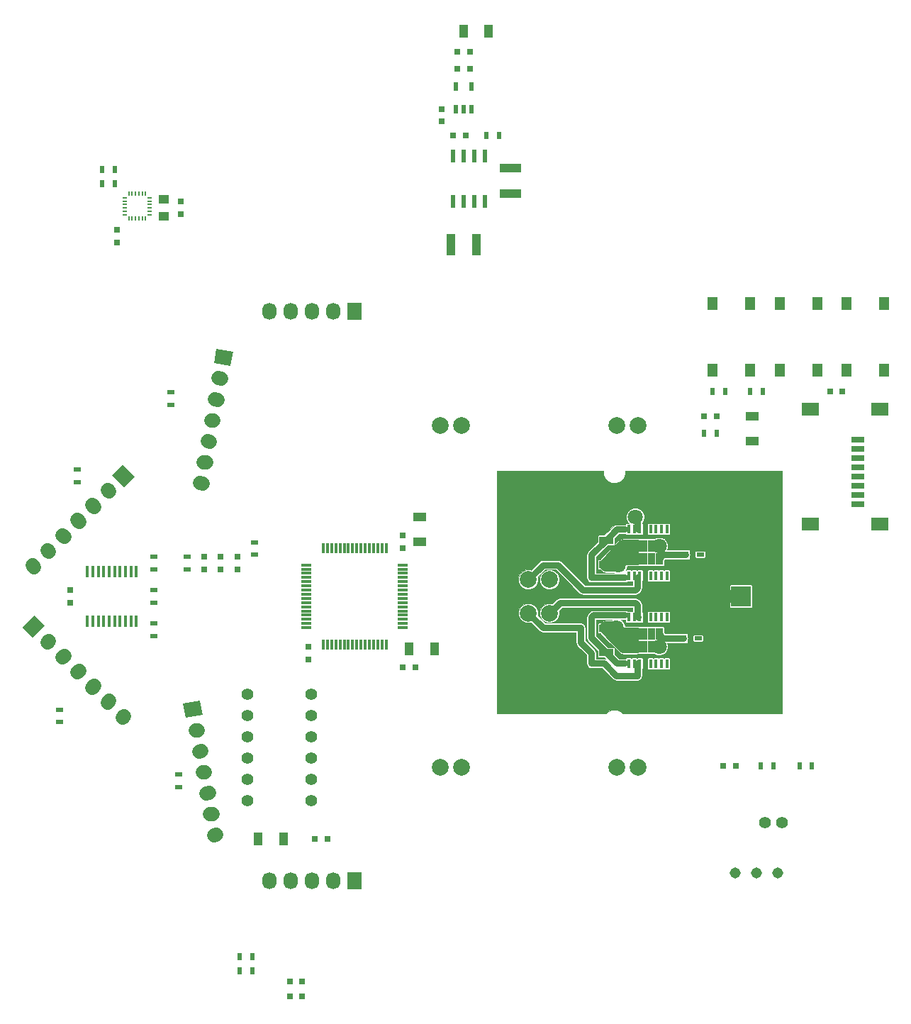
<source format=gbr>
G04 #@! TF.FileFunction,Copper,L1,Top,Signal*
%FSLAX46Y46*%
G04 Gerber Fmt 4.6, Leading zero omitted, Abs format (unit mm)*
G04 Created by KiCad (PCBNEW 4.0.2-stable) date 3/31/2016 10:50:00 PM*
%MOMM*%
G01*
G04 APERTURE LIST*
%ADD10C,0.100000*%
%ADD11C,2.000000*%
%ADD12C,1.727200*%
%ADD13R,0.550000X1.000000*%
%ADD14R,0.550000X1.500000*%
%ADD15R,0.600000X0.230000*%
%ADD16R,0.230000X0.600000*%
%ADD17C,1.422400*%
%ADD18R,0.450000X1.050000*%
%ADD19R,0.895000X1.470000*%
%ADD20R,0.300000X1.200000*%
%ADD21R,1.200000X0.300000*%
%ADD22C,1.397000*%
%ADD23R,0.797560X0.797560*%
%ADD24R,1.500000X0.800000*%
%ADD25R,2.050000X1.500000*%
%ADD26R,1.727200X2.032000*%
%ADD27O,1.727200X2.032000*%
%ADD28R,0.450000X1.450000*%
%ADD29C,1.308000*%
%ADD30R,1.300000X1.550000*%
%ADD31R,1.000000X1.600000*%
%ADD32R,1.600000X1.000000*%
%ADD33R,0.900000X0.500000*%
%ADD34R,0.500000X0.900000*%
%ADD35R,0.800000X0.750000*%
%ADD36R,0.750000X0.800000*%
%ADD37R,2.370000X2.430000*%
%ADD38R,1.700000X0.900000*%
%ADD39R,2.500000X1.000000*%
%ADD40R,1.000000X2.500000*%
%ADD41R,1.250000X1.000000*%
%ADD42C,1.800000*%
%ADD43C,1.500000*%
%ADD44C,0.800000*%
%ADD45C,0.400000*%
%ADD46C,0.025400*%
G04 APERTURE END LIST*
D10*
D11*
X208270000Y-110375000D03*
X210810000Y-110375000D03*
X189730000Y-110375000D03*
X197730000Y-92000000D03*
X200270000Y-92000000D03*
X187190000Y-110375000D03*
X189730000Y-69625000D03*
X187190000Y-69625000D03*
X208270000Y-69625000D03*
X200270000Y-88000000D03*
X197730000Y-88000000D03*
X210810000Y-69625000D03*
D10*
G36*
X160172672Y-62169818D02*
X160472597Y-60468858D01*
X162473726Y-60821712D01*
X162173801Y-62522672D01*
X160172672Y-62169818D01*
X160172672Y-62169818D01*
G37*
D12*
X160732048Y-63970713D02*
X161032218Y-64023641D01*
X160290981Y-66472124D02*
X160591151Y-66525052D01*
X159849915Y-68973536D02*
X160150085Y-69026464D01*
X159408849Y-71474948D02*
X159709019Y-71527876D01*
X158967782Y-73976359D02*
X159267952Y-74029287D01*
X158526716Y-76477771D02*
X158826886Y-76530699D01*
D10*
G36*
X138504083Y-94940924D02*
X137282768Y-93719609D01*
X138719609Y-92282768D01*
X139940924Y-93504083D01*
X138504083Y-94940924D01*
X138504083Y-94940924D01*
G37*
D12*
X140300135Y-95515661D02*
X140515661Y-95300135D01*
X142096186Y-97311712D02*
X142311712Y-97096186D01*
X143892237Y-99107763D02*
X144107763Y-98892237D01*
X145688288Y-100903814D02*
X145903814Y-100688288D01*
X147484339Y-102699865D02*
X147699865Y-102484339D01*
X149280391Y-104495917D02*
X149495917Y-104280391D01*
D10*
G36*
X148059076Y-75504083D02*
X149280391Y-74282768D01*
X150717232Y-75719609D01*
X149495917Y-76940924D01*
X148059076Y-75504083D01*
X148059076Y-75504083D01*
G37*
D12*
X147484339Y-77300135D02*
X147699865Y-77515661D01*
X145688288Y-79096186D02*
X145903814Y-79311712D01*
X143892237Y-80892237D02*
X144107763Y-81107763D01*
X142096186Y-82688288D02*
X142311712Y-82903814D01*
X140300135Y-84484339D02*
X140515661Y-84699865D01*
X138504083Y-86280391D02*
X138719609Y-86495917D01*
D10*
G36*
X156826199Y-104522672D02*
X156526274Y-102821712D01*
X158527403Y-102468858D01*
X158827328Y-104169818D01*
X156826199Y-104522672D01*
X156826199Y-104522672D01*
G37*
D12*
X157967782Y-106023641D02*
X158267952Y-105970713D01*
X158408849Y-108525052D02*
X158709019Y-108472124D01*
X158849915Y-111026464D02*
X159150085Y-110973536D01*
X159290981Y-113527876D02*
X159591151Y-113474948D01*
X159732048Y-116029287D02*
X160032218Y-115976359D01*
X160173114Y-118530699D02*
X160473284Y-118477771D01*
D13*
X190949938Y-31850063D03*
X189999937Y-31850063D03*
X189049937Y-31850063D03*
X190949938Y-29150062D03*
X189049937Y-29150062D03*
D14*
X189994937Y-42820063D03*
X189994937Y-37420062D03*
X188724937Y-42820063D03*
X191264938Y-42820063D03*
X192534938Y-42820063D03*
X191264938Y-37420062D03*
X192534938Y-37420062D03*
X188724937Y-37420062D03*
D15*
X149530000Y-42420000D03*
X149530000Y-42820000D03*
X149530000Y-43220000D03*
X149530000Y-43620000D03*
X149530000Y-44020000D03*
X149530000Y-44420000D03*
D16*
X150030000Y-44920000D03*
X150430000Y-44920000D03*
X150830000Y-44920000D03*
X151230000Y-44920000D03*
X151630000Y-44920000D03*
X152030000Y-44920000D03*
D15*
X152530000Y-44420000D03*
X152530000Y-44020000D03*
X152530000Y-43620000D03*
X152530000Y-43220000D03*
X152530000Y-42820000D03*
X152530000Y-42420000D03*
D16*
X152030000Y-41920000D03*
X151630000Y-41920000D03*
X151230000Y-41920000D03*
X150830000Y-41920000D03*
X150430000Y-41920000D03*
X150030000Y-41920000D03*
D17*
X171810000Y-111810000D03*
X171810000Y-114350000D03*
X164190000Y-114350000D03*
X164190000Y-109270000D03*
X164190000Y-101650000D03*
X171810000Y-109270000D03*
X164190000Y-104190000D03*
X171810000Y-101650000D03*
X164190000Y-111810000D03*
X171810000Y-106730000D03*
X164190000Y-106730000D03*
X171810000Y-104190000D03*
D18*
X209725000Y-87525000D03*
X210375000Y-87525000D03*
X211025000Y-87525000D03*
X211675000Y-87525000D03*
X212325000Y-87525000D03*
X212975000Y-87525000D03*
X213625000Y-87525000D03*
X214275000Y-87525000D03*
X214275000Y-81975000D03*
X213625000Y-81975000D03*
X212975000Y-81975000D03*
X212325000Y-81975000D03*
X211675000Y-81975000D03*
X211025000Y-81975000D03*
X210375000Y-81975000D03*
X209725000Y-81975000D03*
D19*
X213342500Y-84015000D03*
X212447500Y-84015000D03*
X211552500Y-84015000D03*
X210657500Y-84015000D03*
X213342500Y-85485000D03*
X212447500Y-85485000D03*
X211552500Y-85485000D03*
X210657500Y-85485000D03*
D18*
X209725000Y-98025000D03*
X210375000Y-98025000D03*
X211025000Y-98025000D03*
X211675000Y-98025000D03*
X212325000Y-98025000D03*
X212975000Y-98025000D03*
X213625000Y-98025000D03*
X214275000Y-98025000D03*
X214275000Y-92475000D03*
X213625000Y-92475000D03*
X212975000Y-92475000D03*
X212325000Y-92475000D03*
X211675000Y-92475000D03*
X211025000Y-92475000D03*
X210375000Y-92475000D03*
X209725000Y-92475000D03*
D19*
X213342500Y-94515000D03*
X212447500Y-94515000D03*
X211552500Y-94515000D03*
X210657500Y-94515000D03*
X213342500Y-95985000D03*
X212447500Y-95985000D03*
X211552500Y-95985000D03*
X210657500Y-95985000D03*
D20*
X175249937Y-84249937D03*
D21*
X171249937Y-89249937D03*
X171249937Y-92749938D03*
X171249937Y-93249938D03*
X171249937Y-93749938D03*
D20*
X173249937Y-95749938D03*
X174749937Y-95749938D03*
X175249937Y-95749938D03*
X175749937Y-95749938D03*
X176249937Y-95749938D03*
D21*
X182749938Y-89749937D03*
X182749938Y-89249937D03*
X182749938Y-88749937D03*
X182749938Y-88249937D03*
X182749938Y-87749937D03*
X182749938Y-87249937D03*
D20*
X180749938Y-84249937D03*
X180249938Y-84249937D03*
X177749938Y-95749938D03*
X178249938Y-95749938D03*
X178749938Y-95749938D03*
X177749938Y-84249937D03*
X177249938Y-84249937D03*
X176749937Y-84249937D03*
X176249937Y-84249937D03*
X175749937Y-84249937D03*
X174749937Y-84249937D03*
X174249937Y-84249937D03*
X179249938Y-95749938D03*
X179749938Y-95749938D03*
D21*
X182749938Y-93749938D03*
X182749938Y-93249938D03*
X182749938Y-92749938D03*
X182749938Y-92249938D03*
X171249937Y-89749937D03*
X171249937Y-90249938D03*
X171249937Y-90749938D03*
X171249937Y-91249938D03*
D20*
X176749937Y-95749938D03*
X177249938Y-95749938D03*
D21*
X182749938Y-91749938D03*
X182749938Y-91249938D03*
X182749938Y-90749938D03*
X182749938Y-90249938D03*
D20*
X179749938Y-84249937D03*
X179249938Y-84249937D03*
X178749938Y-84249937D03*
D21*
X171249937Y-86749937D03*
X171249937Y-87249937D03*
X171249937Y-87749937D03*
D20*
X178249938Y-84249937D03*
D21*
X171249937Y-88249937D03*
X171249937Y-88749937D03*
X171249937Y-86249937D03*
D20*
X180249938Y-95749938D03*
D21*
X182749938Y-86749937D03*
X171249937Y-92249938D03*
D20*
X174249937Y-95749938D03*
X180749938Y-95749938D03*
D21*
X182749938Y-86249937D03*
D20*
X173249937Y-84249937D03*
D21*
X171249937Y-91749938D03*
D20*
X173749937Y-95749938D03*
X173749937Y-84249937D03*
D22*
X226000000Y-117000000D03*
X228000000Y-117000000D03*
D23*
X169250700Y-136000000D03*
X170749300Y-136000000D03*
X169250700Y-137750000D03*
X170749300Y-137750000D03*
D24*
X237100000Y-71300000D03*
X237100000Y-72400000D03*
X237100000Y-73500000D03*
X237100000Y-74600000D03*
X237100000Y-75700000D03*
X237100000Y-76800000D03*
X237100000Y-77900000D03*
X237100000Y-79000000D03*
D25*
X239700000Y-67625000D03*
X231400000Y-67625000D03*
X231400000Y-81375000D03*
X239700000Y-81375000D03*
D23*
X190249300Y-35000000D03*
X188750700Y-35000000D03*
X220249300Y-68500000D03*
X218750700Y-68500000D03*
D26*
X177000000Y-56000000D03*
D27*
X174460000Y-56000000D03*
X171920000Y-56000000D03*
X169380000Y-56000000D03*
X166840000Y-56000000D03*
D26*
X177000000Y-124000000D03*
D27*
X174460000Y-124000000D03*
X171920000Y-124000000D03*
X169380000Y-124000000D03*
X166840000Y-124000000D03*
D28*
X145075000Y-92950000D03*
X145725000Y-92950000D03*
X146375000Y-92950000D03*
X147025000Y-92950000D03*
X147675000Y-92950000D03*
X148325000Y-92950000D03*
X148975000Y-92950000D03*
X149625000Y-92950000D03*
X150275000Y-92950000D03*
X150925000Y-92950000D03*
X150925000Y-87050000D03*
X150275000Y-87050000D03*
X149625000Y-87050000D03*
X148975000Y-87050000D03*
X148325000Y-87050000D03*
X147675000Y-87050000D03*
X147025000Y-87050000D03*
X146375000Y-87050000D03*
X145725000Y-87050000D03*
X145075000Y-87050000D03*
D29*
X227540000Y-123000000D03*
X225000000Y-123000000D03*
X222460000Y-123000000D03*
D30*
X224250000Y-62975000D03*
X219750000Y-62975000D03*
X219750000Y-55025000D03*
X224250000Y-55025000D03*
X232250000Y-62975000D03*
X227750000Y-62975000D03*
X227750000Y-55025000D03*
X232250000Y-55025000D03*
X240250000Y-62975000D03*
X235750000Y-62975000D03*
X235750000Y-55025000D03*
X240250000Y-55025000D03*
D31*
X190000000Y-22500000D03*
X193000000Y-22500000D03*
X168500000Y-119000000D03*
X165500000Y-119000000D03*
D32*
X224500000Y-71500000D03*
X224500000Y-68500000D03*
D31*
X186500000Y-96250000D03*
X183500000Y-96250000D03*
D32*
X184750000Y-80500000D03*
X184750000Y-83500000D03*
D33*
X157000000Y-85250000D03*
X157000000Y-86750000D03*
D34*
X163250000Y-134750000D03*
X164750000Y-134750000D03*
X163250000Y-133000000D03*
X164750000Y-133000000D03*
D33*
X165000000Y-83540000D03*
X165000000Y-85040000D03*
D34*
X146850000Y-39000000D03*
X148350000Y-39000000D03*
X146850000Y-40750000D03*
X148350000Y-40750000D03*
D33*
X218000000Y-93500000D03*
X218000000Y-95000000D03*
X218250000Y-86500000D03*
X218250000Y-85000000D03*
D34*
X219750000Y-65500000D03*
X221250000Y-65500000D03*
X225750000Y-65500000D03*
X224250000Y-65500000D03*
X194250000Y-35000000D03*
X192750000Y-35000000D03*
D33*
X153000000Y-90750000D03*
X153000000Y-89250000D03*
X153000000Y-94750000D03*
X153000000Y-93250000D03*
X153000000Y-86750000D03*
X153000000Y-85250000D03*
X141770000Y-103520000D03*
X141770000Y-105020000D03*
X156000000Y-111250000D03*
X156000000Y-112750000D03*
X155070000Y-65660000D03*
X155070000Y-67160000D03*
X143830000Y-74880000D03*
X143830000Y-76380000D03*
D34*
X220250000Y-70500000D03*
X218750000Y-70500000D03*
X231610000Y-110240000D03*
X230110000Y-110240000D03*
X227000000Y-110250000D03*
X225500000Y-110250000D03*
D35*
X221000000Y-110250000D03*
X222500000Y-110250000D03*
D36*
X182750000Y-82750000D03*
X182750000Y-84250000D03*
D35*
X184250000Y-98500000D03*
X182750000Y-98500000D03*
D36*
X171500000Y-96000000D03*
X171500000Y-97500000D03*
X161000000Y-86750000D03*
X161000000Y-85250000D03*
X163000000Y-85250000D03*
X163000000Y-86750000D03*
X159000000Y-86750000D03*
X159000000Y-85250000D03*
D35*
X235250000Y-65500000D03*
X233750000Y-65500000D03*
D36*
X143000000Y-90750000D03*
X143000000Y-89250000D03*
X216500000Y-86500000D03*
X216500000Y-85000000D03*
X216250000Y-93500000D03*
X216250000Y-95000000D03*
X156200000Y-44350000D03*
X156200000Y-42850000D03*
X148600000Y-46250000D03*
X148600000Y-47750000D03*
D35*
X172250000Y-119000000D03*
X173750000Y-119000000D03*
D36*
X187410000Y-31820000D03*
X187410000Y-33320000D03*
D35*
X190750000Y-25000000D03*
X189250000Y-25000000D03*
X190750000Y-27000000D03*
X189250000Y-27000000D03*
D37*
X223120000Y-90000000D03*
X216880000Y-90000000D03*
D38*
X207000000Y-96700000D03*
X207000000Y-93800000D03*
X207000000Y-83300000D03*
X207000000Y-86200000D03*
D39*
X195600000Y-38900000D03*
X195600000Y-41900000D03*
D40*
X191500000Y-48000000D03*
X188500000Y-48000000D03*
D41*
X154200000Y-44600000D03*
X154200000Y-42600000D03*
D42*
X221500000Y-90000000D03*
X208500000Y-86250000D03*
X208250000Y-93750000D03*
X213342500Y-84015000D03*
X213342500Y-95985000D03*
X210500000Y-80500000D03*
D43*
X223120000Y-90000000D02*
X221500000Y-90000000D01*
D44*
X213342500Y-94515000D02*
X213827500Y-95000000D01*
X213827500Y-95000000D02*
X216250000Y-95000000D01*
X213342500Y-85485000D02*
X213827500Y-85000000D01*
X213827500Y-85000000D02*
X216500000Y-85000000D01*
D43*
X207000000Y-86200000D02*
X207050000Y-86250000D01*
X207050000Y-86250000D02*
X208500000Y-86250000D01*
X207000000Y-93800000D02*
X207050000Y-93750000D01*
X207050000Y-93750000D02*
X208250000Y-93750000D01*
X207000000Y-93800000D02*
X209185000Y-95985000D01*
X209185000Y-95985000D02*
X210657500Y-95985000D01*
X207000000Y-93800000D02*
X207715000Y-94515000D01*
X207715000Y-94515000D02*
X210657500Y-94515000D01*
X207000000Y-86200000D02*
X207715000Y-85485000D01*
X207715000Y-85485000D02*
X210657500Y-85485000D01*
X207000000Y-86200000D02*
X209185000Y-84015000D01*
X209185000Y-84015000D02*
X210657500Y-84015000D01*
D44*
X205250000Y-92500000D02*
X205500000Y-92250000D01*
X205250000Y-94950000D02*
X205250000Y-92500000D01*
X207000000Y-96700000D02*
X205250000Y-94950000D01*
X205500000Y-92250000D02*
X209250000Y-92250000D01*
X207000000Y-96700000D02*
X208300000Y-98000000D01*
X208300000Y-98000000D02*
X209250000Y-98000000D01*
X209250000Y-87750000D02*
X205250000Y-87750000D01*
X205250000Y-87750000D02*
X205250000Y-85250000D01*
X205250000Y-85050000D02*
X205250000Y-85250000D01*
X205250000Y-85250000D02*
X205250000Y-85050000D01*
X207000000Y-83300000D02*
X205250000Y-85050000D01*
X207000000Y-83300000D02*
X208300000Y-82000000D01*
X208300000Y-82000000D02*
X209250000Y-82000000D01*
X210750000Y-98000000D02*
X210750000Y-98500000D01*
X206750000Y-98000000D02*
X208250000Y-99500000D01*
X205250000Y-98000000D02*
X205250000Y-97250000D01*
X205250000Y-96750000D02*
X205250000Y-97250000D01*
X204000000Y-95500000D02*
X204000000Y-93750000D01*
X199480000Y-93750000D02*
X204000000Y-93750000D01*
X199480000Y-93750000D02*
X197730000Y-92000000D01*
X204000000Y-95500000D02*
X205250000Y-96750000D01*
X206750000Y-98000000D02*
X205250000Y-98000000D01*
X208250000Y-99500000D02*
X210750000Y-99500000D01*
X210750000Y-98500000D02*
X210750000Y-99500000D01*
X210500000Y-90750000D02*
X210750000Y-91000000D01*
X201520000Y-90750000D02*
X210500000Y-90750000D01*
X200270000Y-92000000D02*
X201520000Y-90750000D01*
X210750000Y-91000000D02*
X210750000Y-92500000D01*
D45*
X211025000Y-92475000D02*
X211000000Y-92500000D01*
X211000000Y-92500000D02*
X210750000Y-92500000D01*
X210375000Y-92475000D02*
X210400000Y-92500000D01*
X210400000Y-92500000D02*
X210750000Y-92500000D01*
D44*
X200270000Y-92000000D02*
X200520000Y-91750000D01*
X210500000Y-89250000D02*
X210750000Y-89000000D01*
X197730000Y-88000000D02*
X199480000Y-86250000D01*
X201250000Y-86250000D02*
X204250000Y-89250000D01*
X199480000Y-86250000D02*
X201250000Y-86250000D01*
X210500000Y-89250000D02*
X204250000Y-89250000D01*
X210750000Y-89000000D02*
X210750000Y-87750000D01*
X210500000Y-80500000D02*
X210750000Y-80750000D01*
X210750000Y-80750000D02*
X210750000Y-82000000D01*
D46*
G36*
X206684072Y-75410561D02*
X206883954Y-75894310D01*
X207253743Y-76264746D01*
X207737143Y-76465471D01*
X208260561Y-76465928D01*
X208744310Y-76266046D01*
X209114746Y-75896257D01*
X209315471Y-75412857D01*
X209315820Y-75012700D01*
X227987300Y-75012700D01*
X227987300Y-103987300D01*
X208997863Y-103987300D01*
X208746257Y-103735254D01*
X208262857Y-103534529D01*
X207739439Y-103534072D01*
X207255690Y-103733954D01*
X207001901Y-103987300D01*
X194012700Y-103987300D01*
X194012700Y-92232241D01*
X196557096Y-92232241D01*
X196735253Y-92663414D01*
X197064851Y-92993587D01*
X197495712Y-93172496D01*
X197962241Y-93172904D01*
X198054757Y-93134677D01*
X199075040Y-94154960D01*
X199260837Y-94279106D01*
X199480000Y-94322700D01*
X203427300Y-94322700D01*
X203427300Y-95500000D01*
X203470894Y-95719163D01*
X203595040Y-95904960D01*
X204677300Y-96987220D01*
X204677300Y-98000000D01*
X204720894Y-98219163D01*
X204845040Y-98404960D01*
X205030837Y-98529106D01*
X205250000Y-98572700D01*
X206512780Y-98572700D01*
X207845040Y-99904960D01*
X208030837Y-100029106D01*
X208250000Y-100072700D01*
X210750000Y-100072700D01*
X210969163Y-100029106D01*
X211154960Y-99904960D01*
X211279106Y-99719163D01*
X211322700Y-99500000D01*
X211322700Y-98708442D01*
X211372778Y-98676218D01*
X211412210Y-98618506D01*
X211426083Y-98550000D01*
X211426083Y-97500000D01*
X211923917Y-97500000D01*
X211923917Y-98550000D01*
X211935959Y-98613999D01*
X211973782Y-98672778D01*
X212031494Y-98712210D01*
X212100000Y-98726083D01*
X212550000Y-98726083D01*
X212613999Y-98714041D01*
X212650138Y-98690786D01*
X212681494Y-98712210D01*
X212750000Y-98726083D01*
X213200000Y-98726083D01*
X213263999Y-98714041D01*
X213300138Y-98690786D01*
X213331494Y-98712210D01*
X213400000Y-98726083D01*
X213850000Y-98726083D01*
X213913999Y-98714041D01*
X213950138Y-98690786D01*
X213981494Y-98712210D01*
X214050000Y-98726083D01*
X214500000Y-98726083D01*
X214563999Y-98714041D01*
X214622778Y-98676218D01*
X214662210Y-98618506D01*
X214676083Y-98550000D01*
X214676083Y-97500000D01*
X214664041Y-97436001D01*
X214626218Y-97377222D01*
X214568506Y-97337790D01*
X214500000Y-97323917D01*
X214050000Y-97323917D01*
X213986001Y-97335959D01*
X213949862Y-97359214D01*
X213918506Y-97337790D01*
X213850000Y-97323917D01*
X213400000Y-97323917D01*
X213336001Y-97335959D01*
X213299862Y-97359214D01*
X213268506Y-97337790D01*
X213200000Y-97323917D01*
X212750000Y-97323917D01*
X212686001Y-97335959D01*
X212649862Y-97359214D01*
X212618506Y-97337790D01*
X212550000Y-97323917D01*
X212100000Y-97323917D01*
X212036001Y-97335959D01*
X211977222Y-97373782D01*
X211937790Y-97431494D01*
X211923917Y-97500000D01*
X211426083Y-97500000D01*
X211414041Y-97436001D01*
X211376218Y-97377222D01*
X211318506Y-97337790D01*
X211250000Y-97323917D01*
X210800000Y-97323917D01*
X210736001Y-97335959D01*
X210699862Y-97359214D01*
X210668506Y-97337790D01*
X210600000Y-97323917D01*
X210150000Y-97323917D01*
X210086001Y-97335959D01*
X210049862Y-97359214D01*
X210018506Y-97337790D01*
X209950000Y-97323917D01*
X209500000Y-97323917D01*
X209436001Y-97335959D01*
X209377222Y-97373782D01*
X209337790Y-97431494D01*
X209335207Y-97444249D01*
X209250000Y-97427300D01*
X208537220Y-97427300D01*
X208026083Y-96916163D01*
X208026083Y-96250000D01*
X208014041Y-96186001D01*
X207976218Y-96127222D01*
X207918506Y-96087790D01*
X207850000Y-96073917D01*
X207183837Y-96073917D01*
X205822700Y-94712780D01*
X205822700Y-92822700D01*
X207685219Y-92822700D01*
X207674086Y-92827300D01*
X207050000Y-92827300D01*
X206696898Y-92897536D01*
X206397553Y-93097552D01*
X206347553Y-93147553D01*
X206329937Y-93173917D01*
X206150000Y-93173917D01*
X206086001Y-93185959D01*
X206027222Y-93223782D01*
X205987790Y-93281494D01*
X205973917Y-93350000D01*
X205973917Y-94250000D01*
X205985959Y-94313999D01*
X206023782Y-94372778D01*
X206081494Y-94412210D01*
X206150000Y-94426083D01*
X206329937Y-94426083D01*
X206347553Y-94452447D01*
X207062553Y-95167448D01*
X207062555Y-95167449D01*
X208532553Y-96637448D01*
X208831898Y-96837464D01*
X209185000Y-96907700D01*
X210657500Y-96907700D01*
X210715903Y-96896083D01*
X212739425Y-96896083D01*
X213128191Y-97057513D01*
X213554937Y-97057885D01*
X213949342Y-96894921D01*
X214251360Y-96593429D01*
X214415013Y-96199309D01*
X214415385Y-95772563D01*
X214332804Y-95572700D01*
X215858294Y-95572700D01*
X215875000Y-95576083D01*
X216625000Y-95576083D01*
X216688999Y-95564041D01*
X216747778Y-95526218D01*
X216787210Y-95468506D01*
X216801083Y-95400000D01*
X216801083Y-95108677D01*
X216822700Y-95000000D01*
X216801083Y-94891323D01*
X216801083Y-94750000D01*
X217373917Y-94750000D01*
X217373917Y-95250000D01*
X217385959Y-95313999D01*
X217423782Y-95372778D01*
X217481494Y-95412210D01*
X217550000Y-95426083D01*
X218450000Y-95426083D01*
X218513999Y-95414041D01*
X218572778Y-95376218D01*
X218612210Y-95318506D01*
X218626083Y-95250000D01*
X218626083Y-94750000D01*
X218614041Y-94686001D01*
X218576218Y-94627222D01*
X218518506Y-94587790D01*
X218450000Y-94573917D01*
X217550000Y-94573917D01*
X217486001Y-94585959D01*
X217427222Y-94623782D01*
X217387790Y-94681494D01*
X217373917Y-94750000D01*
X216801083Y-94750000D01*
X216801083Y-94600000D01*
X216789041Y-94536001D01*
X216751218Y-94477222D01*
X216693506Y-94437790D01*
X216625000Y-94423917D01*
X215875000Y-94423917D01*
X215857021Y-94427300D01*
X214064720Y-94427300D01*
X213966083Y-94328663D01*
X213966083Y-93780000D01*
X213954041Y-93716001D01*
X213916218Y-93657222D01*
X213858506Y-93617790D01*
X213790000Y-93603917D01*
X210715903Y-93603917D01*
X210657500Y-93592300D01*
X209322837Y-93592300D01*
X209322885Y-93537563D01*
X209159921Y-93143158D01*
X208858429Y-92841140D01*
X208814021Y-92822700D01*
X209250000Y-92822700D01*
X209323917Y-92807997D01*
X209323917Y-93000000D01*
X209335959Y-93063999D01*
X209373782Y-93122778D01*
X209431494Y-93162210D01*
X209500000Y-93176083D01*
X209950000Y-93176083D01*
X210013999Y-93164041D01*
X210050138Y-93140786D01*
X210081494Y-93162210D01*
X210150000Y-93176083D01*
X210600000Y-93176083D01*
X210663999Y-93164041D01*
X210700138Y-93140786D01*
X210731494Y-93162210D01*
X210800000Y-93176083D01*
X211250000Y-93176083D01*
X211313999Y-93164041D01*
X211372778Y-93126218D01*
X211412210Y-93068506D01*
X211426083Y-93000000D01*
X211426083Y-91950000D01*
X211923917Y-91950000D01*
X211923917Y-93000000D01*
X211935959Y-93063999D01*
X211973782Y-93122778D01*
X212031494Y-93162210D01*
X212100000Y-93176083D01*
X212550000Y-93176083D01*
X212613999Y-93164041D01*
X212650138Y-93140786D01*
X212681494Y-93162210D01*
X212750000Y-93176083D01*
X213200000Y-93176083D01*
X213263999Y-93164041D01*
X213300138Y-93140786D01*
X213331494Y-93162210D01*
X213400000Y-93176083D01*
X213850000Y-93176083D01*
X213913999Y-93164041D01*
X213950138Y-93140786D01*
X213981494Y-93162210D01*
X214050000Y-93176083D01*
X214500000Y-93176083D01*
X214563999Y-93164041D01*
X214622778Y-93126218D01*
X214662210Y-93068506D01*
X214676083Y-93000000D01*
X214676083Y-91950000D01*
X214664041Y-91886001D01*
X214626218Y-91827222D01*
X214568506Y-91787790D01*
X214500000Y-91773917D01*
X214050000Y-91773917D01*
X213986001Y-91785959D01*
X213949862Y-91809214D01*
X213918506Y-91787790D01*
X213850000Y-91773917D01*
X213400000Y-91773917D01*
X213336001Y-91785959D01*
X213299862Y-91809214D01*
X213268506Y-91787790D01*
X213200000Y-91773917D01*
X212750000Y-91773917D01*
X212686001Y-91785959D01*
X212649862Y-91809214D01*
X212618506Y-91787790D01*
X212550000Y-91773917D01*
X212100000Y-91773917D01*
X212036001Y-91785959D01*
X211977222Y-91823782D01*
X211937790Y-91881494D01*
X211923917Y-91950000D01*
X211426083Y-91950000D01*
X211414041Y-91886001D01*
X211376218Y-91827222D01*
X211322700Y-91790656D01*
X211322700Y-91000000D01*
X211279106Y-90780837D01*
X211154960Y-90595040D01*
X210904960Y-90345040D01*
X210719163Y-90220894D01*
X210500000Y-90177300D01*
X201520000Y-90177300D01*
X201300837Y-90220894D01*
X201115040Y-90345040D01*
X200594936Y-90865144D01*
X200504288Y-90827504D01*
X200037759Y-90827096D01*
X199606586Y-91005253D01*
X199276413Y-91334851D01*
X199097504Y-91765712D01*
X199097096Y-92232241D01*
X199275253Y-92663414D01*
X199604851Y-92993587D01*
X200035712Y-93172496D01*
X200502241Y-93172904D01*
X200933414Y-92994747D01*
X201263587Y-92665149D01*
X201442496Y-92234288D01*
X201442904Y-91767759D01*
X201404677Y-91675243D01*
X201757220Y-91322700D01*
X210177300Y-91322700D01*
X210177300Y-91773917D01*
X210150000Y-91773917D01*
X210086001Y-91785959D01*
X210049862Y-91809214D01*
X210018506Y-91787790D01*
X209950000Y-91773917D01*
X209548517Y-91773917D01*
X209469163Y-91720894D01*
X209250000Y-91677300D01*
X205500000Y-91677300D01*
X205280837Y-91720894D01*
X205095040Y-91845040D01*
X204845040Y-92095040D01*
X204720894Y-92280837D01*
X204677300Y-92500000D01*
X204677300Y-94950000D01*
X204720894Y-95169163D01*
X204845040Y-95354960D01*
X205973917Y-96483837D01*
X205973917Y-97150000D01*
X205985959Y-97213999D01*
X206023782Y-97272778D01*
X206081494Y-97312210D01*
X206150000Y-97326083D01*
X206816163Y-97326083D01*
X206958941Y-97468861D01*
X206750000Y-97427300D01*
X205822700Y-97427300D01*
X205822700Y-96750000D01*
X205779106Y-96530837D01*
X205654960Y-96345040D01*
X204572700Y-95262780D01*
X204572700Y-93750000D01*
X204529106Y-93530837D01*
X204404960Y-93345040D01*
X204219163Y-93220894D01*
X204000000Y-93177300D01*
X199717220Y-93177300D01*
X198864856Y-92324936D01*
X198902496Y-92234288D01*
X198902904Y-91767759D01*
X198724747Y-91336586D01*
X198395149Y-91006413D01*
X197964288Y-90827504D01*
X197497759Y-90827096D01*
X197066586Y-91005253D01*
X196736413Y-91334851D01*
X196557504Y-91765712D01*
X196557096Y-92232241D01*
X194012700Y-92232241D01*
X194012700Y-88232241D01*
X196557096Y-88232241D01*
X196735253Y-88663414D01*
X197064851Y-88993587D01*
X197495712Y-89172496D01*
X197962241Y-89172904D01*
X198393414Y-88994747D01*
X198723587Y-88665149D01*
X198902496Y-88234288D01*
X198902497Y-88232241D01*
X199097096Y-88232241D01*
X199275253Y-88663414D01*
X199604851Y-88993587D01*
X200035712Y-89172496D01*
X200502241Y-89172904D01*
X200933414Y-88994747D01*
X201263587Y-88665149D01*
X201442496Y-88234288D01*
X201442904Y-87767759D01*
X201264747Y-87336586D01*
X200935149Y-87006413D01*
X200504288Y-86827504D01*
X200037759Y-86827096D01*
X199606586Y-87005253D01*
X199276413Y-87334851D01*
X199097504Y-87765712D01*
X199097096Y-88232241D01*
X198902497Y-88232241D01*
X198902904Y-87767759D01*
X198864677Y-87675243D01*
X199717220Y-86822700D01*
X201012780Y-86822700D01*
X203845040Y-89654960D01*
X204030837Y-89779106D01*
X204250000Y-89822700D01*
X210500000Y-89822700D01*
X210719163Y-89779106D01*
X210904960Y-89654960D01*
X211154960Y-89404960D01*
X211279106Y-89219163D01*
X211322700Y-89000000D01*
X211322700Y-88785000D01*
X221758917Y-88785000D01*
X221758917Y-91215000D01*
X221770959Y-91278999D01*
X221808782Y-91337778D01*
X221866494Y-91377210D01*
X221935000Y-91391083D01*
X224305000Y-91391083D01*
X224368999Y-91379041D01*
X224427778Y-91341218D01*
X224467210Y-91283506D01*
X224481083Y-91215000D01*
X224481083Y-88785000D01*
X224469041Y-88721001D01*
X224431218Y-88662222D01*
X224373506Y-88622790D01*
X224305000Y-88608917D01*
X221935000Y-88608917D01*
X221871001Y-88620959D01*
X221812222Y-88658782D01*
X221772790Y-88716494D01*
X221758917Y-88785000D01*
X211322700Y-88785000D01*
X211322700Y-88208442D01*
X211372778Y-88176218D01*
X211412210Y-88118506D01*
X211426083Y-88050000D01*
X211426083Y-87000000D01*
X211923917Y-87000000D01*
X211923917Y-88050000D01*
X211935959Y-88113999D01*
X211973782Y-88172778D01*
X212031494Y-88212210D01*
X212100000Y-88226083D01*
X212550000Y-88226083D01*
X212613999Y-88214041D01*
X212650138Y-88190786D01*
X212681494Y-88212210D01*
X212750000Y-88226083D01*
X213200000Y-88226083D01*
X213263999Y-88214041D01*
X213300138Y-88190786D01*
X213331494Y-88212210D01*
X213400000Y-88226083D01*
X213850000Y-88226083D01*
X213913999Y-88214041D01*
X213950138Y-88190786D01*
X213981494Y-88212210D01*
X214050000Y-88226083D01*
X214500000Y-88226083D01*
X214563999Y-88214041D01*
X214622778Y-88176218D01*
X214662210Y-88118506D01*
X214676083Y-88050000D01*
X214676083Y-87000000D01*
X214664041Y-86936001D01*
X214626218Y-86877222D01*
X214568506Y-86837790D01*
X214500000Y-86823917D01*
X214050000Y-86823917D01*
X213986001Y-86835959D01*
X213949862Y-86859214D01*
X213918506Y-86837790D01*
X213850000Y-86823917D01*
X213400000Y-86823917D01*
X213336001Y-86835959D01*
X213299862Y-86859214D01*
X213268506Y-86837790D01*
X213200000Y-86823917D01*
X212750000Y-86823917D01*
X212686001Y-86835959D01*
X212649862Y-86859214D01*
X212618506Y-86837790D01*
X212550000Y-86823917D01*
X212100000Y-86823917D01*
X212036001Y-86835959D01*
X211977222Y-86873782D01*
X211937790Y-86931494D01*
X211923917Y-87000000D01*
X211426083Y-87000000D01*
X211414041Y-86936001D01*
X211376218Y-86877222D01*
X211318506Y-86837790D01*
X211250000Y-86823917D01*
X210800000Y-86823917D01*
X210736001Y-86835959D01*
X210699862Y-86859214D01*
X210668506Y-86837790D01*
X210600000Y-86823917D01*
X210150000Y-86823917D01*
X210086001Y-86835959D01*
X210049862Y-86859214D01*
X210018506Y-86837790D01*
X209950000Y-86823917D01*
X209500000Y-86823917D01*
X209436001Y-86835959D01*
X209411696Y-86851599D01*
X209572513Y-86464309D01*
X209572562Y-86407700D01*
X210657500Y-86407700D01*
X210715903Y-86396083D01*
X213790000Y-86396083D01*
X213853999Y-86384041D01*
X213912778Y-86346218D01*
X213952210Y-86288506D01*
X213966083Y-86220000D01*
X213966083Y-85671337D01*
X214064720Y-85572700D01*
X216108294Y-85572700D01*
X216125000Y-85576083D01*
X216875000Y-85576083D01*
X216938999Y-85564041D01*
X216997778Y-85526218D01*
X217037210Y-85468506D01*
X217051083Y-85400000D01*
X217051083Y-85108677D01*
X217072700Y-85000000D01*
X217051083Y-84891323D01*
X217051083Y-84750000D01*
X217623917Y-84750000D01*
X217623917Y-85250000D01*
X217635959Y-85313999D01*
X217673782Y-85372778D01*
X217731494Y-85412210D01*
X217800000Y-85426083D01*
X218700000Y-85426083D01*
X218763999Y-85414041D01*
X218822778Y-85376218D01*
X218862210Y-85318506D01*
X218876083Y-85250000D01*
X218876083Y-84750000D01*
X218864041Y-84686001D01*
X218826218Y-84627222D01*
X218768506Y-84587790D01*
X218700000Y-84573917D01*
X217800000Y-84573917D01*
X217736001Y-84585959D01*
X217677222Y-84623782D01*
X217637790Y-84681494D01*
X217623917Y-84750000D01*
X217051083Y-84750000D01*
X217051083Y-84600000D01*
X217039041Y-84536001D01*
X217001218Y-84477222D01*
X216943506Y-84437790D01*
X216875000Y-84423917D01*
X216125000Y-84423917D01*
X216107021Y-84427300D01*
X214332800Y-84427300D01*
X214415013Y-84229309D01*
X214415385Y-83802563D01*
X214252421Y-83408158D01*
X213950929Y-83106140D01*
X213556809Y-82942487D01*
X213130063Y-82942115D01*
X212738470Y-83103917D01*
X210715903Y-83103917D01*
X210657500Y-83092300D01*
X209185000Y-83092300D01*
X208831898Y-83162536D01*
X208532553Y-83362552D01*
X207062555Y-84832551D01*
X207062553Y-84832552D01*
X206347553Y-85547553D01*
X206329937Y-85573917D01*
X206150000Y-85573917D01*
X206086001Y-85585959D01*
X206027222Y-85623782D01*
X205987790Y-85681494D01*
X205973917Y-85750000D01*
X205973917Y-86650000D01*
X205985959Y-86713999D01*
X206023782Y-86772778D01*
X206081494Y-86812210D01*
X206150000Y-86826083D01*
X206329937Y-86826083D01*
X206347553Y-86852447D01*
X206397553Y-86902448D01*
X206696898Y-87102464D01*
X207050000Y-87172700D01*
X207924901Y-87172700D01*
X207935979Y-87177300D01*
X205822700Y-87177300D01*
X205822700Y-85287220D01*
X207183837Y-83926083D01*
X207850000Y-83926083D01*
X207913999Y-83914041D01*
X207972778Y-83876218D01*
X208012210Y-83818506D01*
X208026083Y-83750000D01*
X208026083Y-83083837D01*
X208537220Y-82572700D01*
X209250000Y-82572700D01*
X209334436Y-82555905D01*
X209335959Y-82563999D01*
X209373782Y-82622778D01*
X209431494Y-82662210D01*
X209500000Y-82676083D01*
X209950000Y-82676083D01*
X210013999Y-82664041D01*
X210050138Y-82640786D01*
X210081494Y-82662210D01*
X210150000Y-82676083D01*
X210600000Y-82676083D01*
X210663999Y-82664041D01*
X210700138Y-82640786D01*
X210731494Y-82662210D01*
X210800000Y-82676083D01*
X211250000Y-82676083D01*
X211313999Y-82664041D01*
X211372778Y-82626218D01*
X211412210Y-82568506D01*
X211426083Y-82500000D01*
X211426083Y-81450000D01*
X211923917Y-81450000D01*
X211923917Y-82500000D01*
X211935959Y-82563999D01*
X211973782Y-82622778D01*
X212031494Y-82662210D01*
X212100000Y-82676083D01*
X212550000Y-82676083D01*
X212613999Y-82664041D01*
X212650138Y-82640786D01*
X212681494Y-82662210D01*
X212750000Y-82676083D01*
X213200000Y-82676083D01*
X213263999Y-82664041D01*
X213300138Y-82640786D01*
X213331494Y-82662210D01*
X213400000Y-82676083D01*
X213850000Y-82676083D01*
X213913999Y-82664041D01*
X213950138Y-82640786D01*
X213981494Y-82662210D01*
X214050000Y-82676083D01*
X214500000Y-82676083D01*
X214563999Y-82664041D01*
X214622778Y-82626218D01*
X214662210Y-82568506D01*
X214676083Y-82500000D01*
X214676083Y-81450000D01*
X214664041Y-81386001D01*
X214626218Y-81327222D01*
X214568506Y-81287790D01*
X214500000Y-81273917D01*
X214050000Y-81273917D01*
X213986001Y-81285959D01*
X213949862Y-81309214D01*
X213918506Y-81287790D01*
X213850000Y-81273917D01*
X213400000Y-81273917D01*
X213336001Y-81285959D01*
X213299862Y-81309214D01*
X213268506Y-81287790D01*
X213200000Y-81273917D01*
X212750000Y-81273917D01*
X212686001Y-81285959D01*
X212649862Y-81309214D01*
X212618506Y-81287790D01*
X212550000Y-81273917D01*
X212100000Y-81273917D01*
X212036001Y-81285959D01*
X211977222Y-81323782D01*
X211937790Y-81381494D01*
X211923917Y-81450000D01*
X211426083Y-81450000D01*
X211414041Y-81386001D01*
X211376218Y-81327222D01*
X211322700Y-81290656D01*
X211322700Y-81194439D01*
X211408860Y-81108429D01*
X211572513Y-80714309D01*
X211572885Y-80287563D01*
X211409921Y-79893158D01*
X211108429Y-79591140D01*
X210714309Y-79427487D01*
X210287563Y-79427115D01*
X209893158Y-79590079D01*
X209591140Y-79891571D01*
X209427487Y-80285691D01*
X209427115Y-80712437D01*
X209590079Y-81106842D01*
X209756863Y-81273917D01*
X209500000Y-81273917D01*
X209436001Y-81285959D01*
X209377222Y-81323782D01*
X209337790Y-81381494D01*
X209325474Y-81442313D01*
X209250000Y-81427300D01*
X208300000Y-81427300D01*
X208080837Y-81470894D01*
X207895040Y-81595040D01*
X206816163Y-82673917D01*
X206150000Y-82673917D01*
X206086001Y-82685959D01*
X206027222Y-82723782D01*
X205987790Y-82781494D01*
X205973917Y-82850000D01*
X205973917Y-83516163D01*
X204845040Y-84645040D01*
X204720894Y-84830837D01*
X204677300Y-85050000D01*
X204677300Y-87750000D01*
X204720894Y-87969163D01*
X204845040Y-88154960D01*
X205030837Y-88279106D01*
X205250000Y-88322700D01*
X209250000Y-88322700D01*
X209469163Y-88279106D01*
X209548517Y-88226083D01*
X209950000Y-88226083D01*
X210013999Y-88214041D01*
X210050138Y-88190786D01*
X210081494Y-88212210D01*
X210150000Y-88226083D01*
X210177300Y-88226083D01*
X210177300Y-88677300D01*
X204487220Y-88677300D01*
X201654960Y-85845040D01*
X201469163Y-85720894D01*
X201250000Y-85677300D01*
X199480000Y-85677300D01*
X199260837Y-85720894D01*
X199075040Y-85845040D01*
X198054936Y-86865144D01*
X197964288Y-86827504D01*
X197497759Y-86827096D01*
X197066586Y-87005253D01*
X196736413Y-87334851D01*
X196557504Y-87765712D01*
X196557096Y-88232241D01*
X194012700Y-88232241D01*
X194012700Y-75012700D01*
X206684419Y-75012700D01*
X206684072Y-75410561D01*
X206684072Y-75410561D01*
G37*
X206684072Y-75410561D02*
X206883954Y-75894310D01*
X207253743Y-76264746D01*
X207737143Y-76465471D01*
X208260561Y-76465928D01*
X208744310Y-76266046D01*
X209114746Y-75896257D01*
X209315471Y-75412857D01*
X209315820Y-75012700D01*
X227987300Y-75012700D01*
X227987300Y-103987300D01*
X208997863Y-103987300D01*
X208746257Y-103735254D01*
X208262857Y-103534529D01*
X207739439Y-103534072D01*
X207255690Y-103733954D01*
X207001901Y-103987300D01*
X194012700Y-103987300D01*
X194012700Y-92232241D01*
X196557096Y-92232241D01*
X196735253Y-92663414D01*
X197064851Y-92993587D01*
X197495712Y-93172496D01*
X197962241Y-93172904D01*
X198054757Y-93134677D01*
X199075040Y-94154960D01*
X199260837Y-94279106D01*
X199480000Y-94322700D01*
X203427300Y-94322700D01*
X203427300Y-95500000D01*
X203470894Y-95719163D01*
X203595040Y-95904960D01*
X204677300Y-96987220D01*
X204677300Y-98000000D01*
X204720894Y-98219163D01*
X204845040Y-98404960D01*
X205030837Y-98529106D01*
X205250000Y-98572700D01*
X206512780Y-98572700D01*
X207845040Y-99904960D01*
X208030837Y-100029106D01*
X208250000Y-100072700D01*
X210750000Y-100072700D01*
X210969163Y-100029106D01*
X211154960Y-99904960D01*
X211279106Y-99719163D01*
X211322700Y-99500000D01*
X211322700Y-98708442D01*
X211372778Y-98676218D01*
X211412210Y-98618506D01*
X211426083Y-98550000D01*
X211426083Y-97500000D01*
X211923917Y-97500000D01*
X211923917Y-98550000D01*
X211935959Y-98613999D01*
X211973782Y-98672778D01*
X212031494Y-98712210D01*
X212100000Y-98726083D01*
X212550000Y-98726083D01*
X212613999Y-98714041D01*
X212650138Y-98690786D01*
X212681494Y-98712210D01*
X212750000Y-98726083D01*
X213200000Y-98726083D01*
X213263999Y-98714041D01*
X213300138Y-98690786D01*
X213331494Y-98712210D01*
X213400000Y-98726083D01*
X213850000Y-98726083D01*
X213913999Y-98714041D01*
X213950138Y-98690786D01*
X213981494Y-98712210D01*
X214050000Y-98726083D01*
X214500000Y-98726083D01*
X214563999Y-98714041D01*
X214622778Y-98676218D01*
X214662210Y-98618506D01*
X214676083Y-98550000D01*
X214676083Y-97500000D01*
X214664041Y-97436001D01*
X214626218Y-97377222D01*
X214568506Y-97337790D01*
X214500000Y-97323917D01*
X214050000Y-97323917D01*
X213986001Y-97335959D01*
X213949862Y-97359214D01*
X213918506Y-97337790D01*
X213850000Y-97323917D01*
X213400000Y-97323917D01*
X213336001Y-97335959D01*
X213299862Y-97359214D01*
X213268506Y-97337790D01*
X213200000Y-97323917D01*
X212750000Y-97323917D01*
X212686001Y-97335959D01*
X212649862Y-97359214D01*
X212618506Y-97337790D01*
X212550000Y-97323917D01*
X212100000Y-97323917D01*
X212036001Y-97335959D01*
X211977222Y-97373782D01*
X211937790Y-97431494D01*
X211923917Y-97500000D01*
X211426083Y-97500000D01*
X211414041Y-97436001D01*
X211376218Y-97377222D01*
X211318506Y-97337790D01*
X211250000Y-97323917D01*
X210800000Y-97323917D01*
X210736001Y-97335959D01*
X210699862Y-97359214D01*
X210668506Y-97337790D01*
X210600000Y-97323917D01*
X210150000Y-97323917D01*
X210086001Y-97335959D01*
X210049862Y-97359214D01*
X210018506Y-97337790D01*
X209950000Y-97323917D01*
X209500000Y-97323917D01*
X209436001Y-97335959D01*
X209377222Y-97373782D01*
X209337790Y-97431494D01*
X209335207Y-97444249D01*
X209250000Y-97427300D01*
X208537220Y-97427300D01*
X208026083Y-96916163D01*
X208026083Y-96250000D01*
X208014041Y-96186001D01*
X207976218Y-96127222D01*
X207918506Y-96087790D01*
X207850000Y-96073917D01*
X207183837Y-96073917D01*
X205822700Y-94712780D01*
X205822700Y-92822700D01*
X207685219Y-92822700D01*
X207674086Y-92827300D01*
X207050000Y-92827300D01*
X206696898Y-92897536D01*
X206397553Y-93097552D01*
X206347553Y-93147553D01*
X206329937Y-93173917D01*
X206150000Y-93173917D01*
X206086001Y-93185959D01*
X206027222Y-93223782D01*
X205987790Y-93281494D01*
X205973917Y-93350000D01*
X205973917Y-94250000D01*
X205985959Y-94313999D01*
X206023782Y-94372778D01*
X206081494Y-94412210D01*
X206150000Y-94426083D01*
X206329937Y-94426083D01*
X206347553Y-94452447D01*
X207062553Y-95167448D01*
X207062555Y-95167449D01*
X208532553Y-96637448D01*
X208831898Y-96837464D01*
X209185000Y-96907700D01*
X210657500Y-96907700D01*
X210715903Y-96896083D01*
X212739425Y-96896083D01*
X213128191Y-97057513D01*
X213554937Y-97057885D01*
X213949342Y-96894921D01*
X214251360Y-96593429D01*
X214415013Y-96199309D01*
X214415385Y-95772563D01*
X214332804Y-95572700D01*
X215858294Y-95572700D01*
X215875000Y-95576083D01*
X216625000Y-95576083D01*
X216688999Y-95564041D01*
X216747778Y-95526218D01*
X216787210Y-95468506D01*
X216801083Y-95400000D01*
X216801083Y-95108677D01*
X216822700Y-95000000D01*
X216801083Y-94891323D01*
X216801083Y-94750000D01*
X217373917Y-94750000D01*
X217373917Y-95250000D01*
X217385959Y-95313999D01*
X217423782Y-95372778D01*
X217481494Y-95412210D01*
X217550000Y-95426083D01*
X218450000Y-95426083D01*
X218513999Y-95414041D01*
X218572778Y-95376218D01*
X218612210Y-95318506D01*
X218626083Y-95250000D01*
X218626083Y-94750000D01*
X218614041Y-94686001D01*
X218576218Y-94627222D01*
X218518506Y-94587790D01*
X218450000Y-94573917D01*
X217550000Y-94573917D01*
X217486001Y-94585959D01*
X217427222Y-94623782D01*
X217387790Y-94681494D01*
X217373917Y-94750000D01*
X216801083Y-94750000D01*
X216801083Y-94600000D01*
X216789041Y-94536001D01*
X216751218Y-94477222D01*
X216693506Y-94437790D01*
X216625000Y-94423917D01*
X215875000Y-94423917D01*
X215857021Y-94427300D01*
X214064720Y-94427300D01*
X213966083Y-94328663D01*
X213966083Y-93780000D01*
X213954041Y-93716001D01*
X213916218Y-93657222D01*
X213858506Y-93617790D01*
X213790000Y-93603917D01*
X210715903Y-93603917D01*
X210657500Y-93592300D01*
X209322837Y-93592300D01*
X209322885Y-93537563D01*
X209159921Y-93143158D01*
X208858429Y-92841140D01*
X208814021Y-92822700D01*
X209250000Y-92822700D01*
X209323917Y-92807997D01*
X209323917Y-93000000D01*
X209335959Y-93063999D01*
X209373782Y-93122778D01*
X209431494Y-93162210D01*
X209500000Y-93176083D01*
X209950000Y-93176083D01*
X210013999Y-93164041D01*
X210050138Y-93140786D01*
X210081494Y-93162210D01*
X210150000Y-93176083D01*
X210600000Y-93176083D01*
X210663999Y-93164041D01*
X210700138Y-93140786D01*
X210731494Y-93162210D01*
X210800000Y-93176083D01*
X211250000Y-93176083D01*
X211313999Y-93164041D01*
X211372778Y-93126218D01*
X211412210Y-93068506D01*
X211426083Y-93000000D01*
X211426083Y-91950000D01*
X211923917Y-91950000D01*
X211923917Y-93000000D01*
X211935959Y-93063999D01*
X211973782Y-93122778D01*
X212031494Y-93162210D01*
X212100000Y-93176083D01*
X212550000Y-93176083D01*
X212613999Y-93164041D01*
X212650138Y-93140786D01*
X212681494Y-93162210D01*
X212750000Y-93176083D01*
X213200000Y-93176083D01*
X213263999Y-93164041D01*
X213300138Y-93140786D01*
X213331494Y-93162210D01*
X213400000Y-93176083D01*
X213850000Y-93176083D01*
X213913999Y-93164041D01*
X213950138Y-93140786D01*
X213981494Y-93162210D01*
X214050000Y-93176083D01*
X214500000Y-93176083D01*
X214563999Y-93164041D01*
X214622778Y-93126218D01*
X214662210Y-93068506D01*
X214676083Y-93000000D01*
X214676083Y-91950000D01*
X214664041Y-91886001D01*
X214626218Y-91827222D01*
X214568506Y-91787790D01*
X214500000Y-91773917D01*
X214050000Y-91773917D01*
X213986001Y-91785959D01*
X213949862Y-91809214D01*
X213918506Y-91787790D01*
X213850000Y-91773917D01*
X213400000Y-91773917D01*
X213336001Y-91785959D01*
X213299862Y-91809214D01*
X213268506Y-91787790D01*
X213200000Y-91773917D01*
X212750000Y-91773917D01*
X212686001Y-91785959D01*
X212649862Y-91809214D01*
X212618506Y-91787790D01*
X212550000Y-91773917D01*
X212100000Y-91773917D01*
X212036001Y-91785959D01*
X211977222Y-91823782D01*
X211937790Y-91881494D01*
X211923917Y-91950000D01*
X211426083Y-91950000D01*
X211414041Y-91886001D01*
X211376218Y-91827222D01*
X211322700Y-91790656D01*
X211322700Y-91000000D01*
X211279106Y-90780837D01*
X211154960Y-90595040D01*
X210904960Y-90345040D01*
X210719163Y-90220894D01*
X210500000Y-90177300D01*
X201520000Y-90177300D01*
X201300837Y-90220894D01*
X201115040Y-90345040D01*
X200594936Y-90865144D01*
X200504288Y-90827504D01*
X200037759Y-90827096D01*
X199606586Y-91005253D01*
X199276413Y-91334851D01*
X199097504Y-91765712D01*
X199097096Y-92232241D01*
X199275253Y-92663414D01*
X199604851Y-92993587D01*
X200035712Y-93172496D01*
X200502241Y-93172904D01*
X200933414Y-92994747D01*
X201263587Y-92665149D01*
X201442496Y-92234288D01*
X201442904Y-91767759D01*
X201404677Y-91675243D01*
X201757220Y-91322700D01*
X210177300Y-91322700D01*
X210177300Y-91773917D01*
X210150000Y-91773917D01*
X210086001Y-91785959D01*
X210049862Y-91809214D01*
X210018506Y-91787790D01*
X209950000Y-91773917D01*
X209548517Y-91773917D01*
X209469163Y-91720894D01*
X209250000Y-91677300D01*
X205500000Y-91677300D01*
X205280837Y-91720894D01*
X205095040Y-91845040D01*
X204845040Y-92095040D01*
X204720894Y-92280837D01*
X204677300Y-92500000D01*
X204677300Y-94950000D01*
X204720894Y-95169163D01*
X204845040Y-95354960D01*
X205973917Y-96483837D01*
X205973917Y-97150000D01*
X205985959Y-97213999D01*
X206023782Y-97272778D01*
X206081494Y-97312210D01*
X206150000Y-97326083D01*
X206816163Y-97326083D01*
X206958941Y-97468861D01*
X206750000Y-97427300D01*
X205822700Y-97427300D01*
X205822700Y-96750000D01*
X205779106Y-96530837D01*
X205654960Y-96345040D01*
X204572700Y-95262780D01*
X204572700Y-93750000D01*
X204529106Y-93530837D01*
X204404960Y-93345040D01*
X204219163Y-93220894D01*
X204000000Y-93177300D01*
X199717220Y-93177300D01*
X198864856Y-92324936D01*
X198902496Y-92234288D01*
X198902904Y-91767759D01*
X198724747Y-91336586D01*
X198395149Y-91006413D01*
X197964288Y-90827504D01*
X197497759Y-90827096D01*
X197066586Y-91005253D01*
X196736413Y-91334851D01*
X196557504Y-91765712D01*
X196557096Y-92232241D01*
X194012700Y-92232241D01*
X194012700Y-88232241D01*
X196557096Y-88232241D01*
X196735253Y-88663414D01*
X197064851Y-88993587D01*
X197495712Y-89172496D01*
X197962241Y-89172904D01*
X198393414Y-88994747D01*
X198723587Y-88665149D01*
X198902496Y-88234288D01*
X198902497Y-88232241D01*
X199097096Y-88232241D01*
X199275253Y-88663414D01*
X199604851Y-88993587D01*
X200035712Y-89172496D01*
X200502241Y-89172904D01*
X200933414Y-88994747D01*
X201263587Y-88665149D01*
X201442496Y-88234288D01*
X201442904Y-87767759D01*
X201264747Y-87336586D01*
X200935149Y-87006413D01*
X200504288Y-86827504D01*
X200037759Y-86827096D01*
X199606586Y-87005253D01*
X199276413Y-87334851D01*
X199097504Y-87765712D01*
X199097096Y-88232241D01*
X198902497Y-88232241D01*
X198902904Y-87767759D01*
X198864677Y-87675243D01*
X199717220Y-86822700D01*
X201012780Y-86822700D01*
X203845040Y-89654960D01*
X204030837Y-89779106D01*
X204250000Y-89822700D01*
X210500000Y-89822700D01*
X210719163Y-89779106D01*
X210904960Y-89654960D01*
X211154960Y-89404960D01*
X211279106Y-89219163D01*
X211322700Y-89000000D01*
X211322700Y-88785000D01*
X221758917Y-88785000D01*
X221758917Y-91215000D01*
X221770959Y-91278999D01*
X221808782Y-91337778D01*
X221866494Y-91377210D01*
X221935000Y-91391083D01*
X224305000Y-91391083D01*
X224368999Y-91379041D01*
X224427778Y-91341218D01*
X224467210Y-91283506D01*
X224481083Y-91215000D01*
X224481083Y-88785000D01*
X224469041Y-88721001D01*
X224431218Y-88662222D01*
X224373506Y-88622790D01*
X224305000Y-88608917D01*
X221935000Y-88608917D01*
X221871001Y-88620959D01*
X221812222Y-88658782D01*
X221772790Y-88716494D01*
X221758917Y-88785000D01*
X211322700Y-88785000D01*
X211322700Y-88208442D01*
X211372778Y-88176218D01*
X211412210Y-88118506D01*
X211426083Y-88050000D01*
X211426083Y-87000000D01*
X211923917Y-87000000D01*
X211923917Y-88050000D01*
X211935959Y-88113999D01*
X211973782Y-88172778D01*
X212031494Y-88212210D01*
X212100000Y-88226083D01*
X212550000Y-88226083D01*
X212613999Y-88214041D01*
X212650138Y-88190786D01*
X212681494Y-88212210D01*
X212750000Y-88226083D01*
X213200000Y-88226083D01*
X213263999Y-88214041D01*
X213300138Y-88190786D01*
X213331494Y-88212210D01*
X213400000Y-88226083D01*
X213850000Y-88226083D01*
X213913999Y-88214041D01*
X213950138Y-88190786D01*
X213981494Y-88212210D01*
X214050000Y-88226083D01*
X214500000Y-88226083D01*
X214563999Y-88214041D01*
X214622778Y-88176218D01*
X214662210Y-88118506D01*
X214676083Y-88050000D01*
X214676083Y-87000000D01*
X214664041Y-86936001D01*
X214626218Y-86877222D01*
X214568506Y-86837790D01*
X214500000Y-86823917D01*
X214050000Y-86823917D01*
X213986001Y-86835959D01*
X213949862Y-86859214D01*
X213918506Y-86837790D01*
X213850000Y-86823917D01*
X213400000Y-86823917D01*
X213336001Y-86835959D01*
X213299862Y-86859214D01*
X213268506Y-86837790D01*
X213200000Y-86823917D01*
X212750000Y-86823917D01*
X212686001Y-86835959D01*
X212649862Y-86859214D01*
X212618506Y-86837790D01*
X212550000Y-86823917D01*
X212100000Y-86823917D01*
X212036001Y-86835959D01*
X211977222Y-86873782D01*
X211937790Y-86931494D01*
X211923917Y-87000000D01*
X211426083Y-87000000D01*
X211414041Y-86936001D01*
X211376218Y-86877222D01*
X211318506Y-86837790D01*
X211250000Y-86823917D01*
X210800000Y-86823917D01*
X210736001Y-86835959D01*
X210699862Y-86859214D01*
X210668506Y-86837790D01*
X210600000Y-86823917D01*
X210150000Y-86823917D01*
X210086001Y-86835959D01*
X210049862Y-86859214D01*
X210018506Y-86837790D01*
X209950000Y-86823917D01*
X209500000Y-86823917D01*
X209436001Y-86835959D01*
X209411696Y-86851599D01*
X209572513Y-86464309D01*
X209572562Y-86407700D01*
X210657500Y-86407700D01*
X210715903Y-86396083D01*
X213790000Y-86396083D01*
X213853999Y-86384041D01*
X213912778Y-86346218D01*
X213952210Y-86288506D01*
X213966083Y-86220000D01*
X213966083Y-85671337D01*
X214064720Y-85572700D01*
X216108294Y-85572700D01*
X216125000Y-85576083D01*
X216875000Y-85576083D01*
X216938999Y-85564041D01*
X216997778Y-85526218D01*
X217037210Y-85468506D01*
X217051083Y-85400000D01*
X217051083Y-85108677D01*
X217072700Y-85000000D01*
X217051083Y-84891323D01*
X217051083Y-84750000D01*
X217623917Y-84750000D01*
X217623917Y-85250000D01*
X217635959Y-85313999D01*
X217673782Y-85372778D01*
X217731494Y-85412210D01*
X217800000Y-85426083D01*
X218700000Y-85426083D01*
X218763999Y-85414041D01*
X218822778Y-85376218D01*
X218862210Y-85318506D01*
X218876083Y-85250000D01*
X218876083Y-84750000D01*
X218864041Y-84686001D01*
X218826218Y-84627222D01*
X218768506Y-84587790D01*
X218700000Y-84573917D01*
X217800000Y-84573917D01*
X217736001Y-84585959D01*
X217677222Y-84623782D01*
X217637790Y-84681494D01*
X217623917Y-84750000D01*
X217051083Y-84750000D01*
X217051083Y-84600000D01*
X217039041Y-84536001D01*
X217001218Y-84477222D01*
X216943506Y-84437790D01*
X216875000Y-84423917D01*
X216125000Y-84423917D01*
X216107021Y-84427300D01*
X214332800Y-84427300D01*
X214415013Y-84229309D01*
X214415385Y-83802563D01*
X214252421Y-83408158D01*
X213950929Y-83106140D01*
X213556809Y-82942487D01*
X213130063Y-82942115D01*
X212738470Y-83103917D01*
X210715903Y-83103917D01*
X210657500Y-83092300D01*
X209185000Y-83092300D01*
X208831898Y-83162536D01*
X208532553Y-83362552D01*
X207062555Y-84832551D01*
X207062553Y-84832552D01*
X206347553Y-85547553D01*
X206329937Y-85573917D01*
X206150000Y-85573917D01*
X206086001Y-85585959D01*
X206027222Y-85623782D01*
X205987790Y-85681494D01*
X205973917Y-85750000D01*
X205973917Y-86650000D01*
X205985959Y-86713999D01*
X206023782Y-86772778D01*
X206081494Y-86812210D01*
X206150000Y-86826083D01*
X206329937Y-86826083D01*
X206347553Y-86852447D01*
X206397553Y-86902448D01*
X206696898Y-87102464D01*
X207050000Y-87172700D01*
X207924901Y-87172700D01*
X207935979Y-87177300D01*
X205822700Y-87177300D01*
X205822700Y-85287220D01*
X207183837Y-83926083D01*
X207850000Y-83926083D01*
X207913999Y-83914041D01*
X207972778Y-83876218D01*
X208012210Y-83818506D01*
X208026083Y-83750000D01*
X208026083Y-83083837D01*
X208537220Y-82572700D01*
X209250000Y-82572700D01*
X209334436Y-82555905D01*
X209335959Y-82563999D01*
X209373782Y-82622778D01*
X209431494Y-82662210D01*
X209500000Y-82676083D01*
X209950000Y-82676083D01*
X210013999Y-82664041D01*
X210050138Y-82640786D01*
X210081494Y-82662210D01*
X210150000Y-82676083D01*
X210600000Y-82676083D01*
X210663999Y-82664041D01*
X210700138Y-82640786D01*
X210731494Y-82662210D01*
X210800000Y-82676083D01*
X211250000Y-82676083D01*
X211313999Y-82664041D01*
X211372778Y-82626218D01*
X211412210Y-82568506D01*
X211426083Y-82500000D01*
X211426083Y-81450000D01*
X211923917Y-81450000D01*
X211923917Y-82500000D01*
X211935959Y-82563999D01*
X211973782Y-82622778D01*
X212031494Y-82662210D01*
X212100000Y-82676083D01*
X212550000Y-82676083D01*
X212613999Y-82664041D01*
X212650138Y-82640786D01*
X212681494Y-82662210D01*
X212750000Y-82676083D01*
X213200000Y-82676083D01*
X213263999Y-82664041D01*
X213300138Y-82640786D01*
X213331494Y-82662210D01*
X213400000Y-82676083D01*
X213850000Y-82676083D01*
X213913999Y-82664041D01*
X213950138Y-82640786D01*
X213981494Y-82662210D01*
X214050000Y-82676083D01*
X214500000Y-82676083D01*
X214563999Y-82664041D01*
X214622778Y-82626218D01*
X214662210Y-82568506D01*
X214676083Y-82500000D01*
X214676083Y-81450000D01*
X214664041Y-81386001D01*
X214626218Y-81327222D01*
X214568506Y-81287790D01*
X214500000Y-81273917D01*
X214050000Y-81273917D01*
X213986001Y-81285959D01*
X213949862Y-81309214D01*
X213918506Y-81287790D01*
X213850000Y-81273917D01*
X213400000Y-81273917D01*
X213336001Y-81285959D01*
X213299862Y-81309214D01*
X213268506Y-81287790D01*
X213200000Y-81273917D01*
X212750000Y-81273917D01*
X212686001Y-81285959D01*
X212649862Y-81309214D01*
X212618506Y-81287790D01*
X212550000Y-81273917D01*
X212100000Y-81273917D01*
X212036001Y-81285959D01*
X211977222Y-81323782D01*
X211937790Y-81381494D01*
X211923917Y-81450000D01*
X211426083Y-81450000D01*
X211414041Y-81386001D01*
X211376218Y-81327222D01*
X211322700Y-81290656D01*
X211322700Y-81194439D01*
X211408860Y-81108429D01*
X211572513Y-80714309D01*
X211572885Y-80287563D01*
X211409921Y-79893158D01*
X211108429Y-79591140D01*
X210714309Y-79427487D01*
X210287563Y-79427115D01*
X209893158Y-79590079D01*
X209591140Y-79891571D01*
X209427487Y-80285691D01*
X209427115Y-80712437D01*
X209590079Y-81106842D01*
X209756863Y-81273917D01*
X209500000Y-81273917D01*
X209436001Y-81285959D01*
X209377222Y-81323782D01*
X209337790Y-81381494D01*
X209325474Y-81442313D01*
X209250000Y-81427300D01*
X208300000Y-81427300D01*
X208080837Y-81470894D01*
X207895040Y-81595040D01*
X206816163Y-82673917D01*
X206150000Y-82673917D01*
X206086001Y-82685959D01*
X206027222Y-82723782D01*
X205987790Y-82781494D01*
X205973917Y-82850000D01*
X205973917Y-83516163D01*
X204845040Y-84645040D01*
X204720894Y-84830837D01*
X204677300Y-85050000D01*
X204677300Y-87750000D01*
X204720894Y-87969163D01*
X204845040Y-88154960D01*
X205030837Y-88279106D01*
X205250000Y-88322700D01*
X209250000Y-88322700D01*
X209469163Y-88279106D01*
X209548517Y-88226083D01*
X209950000Y-88226083D01*
X210013999Y-88214041D01*
X210050138Y-88190786D01*
X210081494Y-88212210D01*
X210150000Y-88226083D01*
X210177300Y-88226083D01*
X210177300Y-88677300D01*
X204487220Y-88677300D01*
X201654960Y-85845040D01*
X201469163Y-85720894D01*
X201250000Y-85677300D01*
X199480000Y-85677300D01*
X199260837Y-85720894D01*
X199075040Y-85845040D01*
X198054936Y-86865144D01*
X197964288Y-86827504D01*
X197497759Y-86827096D01*
X197066586Y-87005253D01*
X196736413Y-87334851D01*
X196557504Y-87765712D01*
X196557096Y-88232241D01*
X194012700Y-88232241D01*
X194012700Y-75012700D01*
X206684419Y-75012700D01*
X206684072Y-75410561D01*
M02*

</source>
